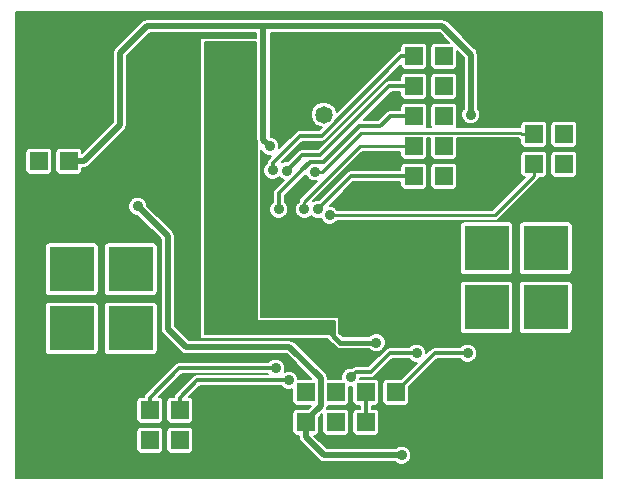
<source format=gbr>
G04 #@! TF.FileFunction,Copper,L1,Top,Signal*
%FSLAX46Y46*%
G04 Gerber Fmt 4.6, Leading zero omitted, Abs format (unit mm)*
G04 Created by KiCad (PCBNEW (2015-05-13 BZR 5653)-product) date 7. 1. 2016 10:12:27*
%MOMM*%
G01*
G04 APERTURE LIST*
%ADD10C,0.300000*%
%ADD11R,3.810000X3.810000*%
%ADD12C,6.000000*%
%ADD13R,1.524000X1.524000*%
%ADD14C,1.480820*%
%ADD15C,0.889000*%
%ADD16C,0.400000*%
%ADD17C,0.254000*%
%ADD18C,0.500000*%
%ADD19C,0.200000*%
G04 APERTURE END LIST*
D10*
D11*
X13716000Y35226000D03*
X13716000Y30226000D03*
X18796000Y35226000D03*
X18796000Y30226000D03*
D12*
X45720000Y35560000D03*
X45720000Y5080000D03*
X5080000Y35560000D03*
X5080000Y5080000D03*
D13*
X27686000Y5334000D03*
X27686000Y7874000D03*
X25146000Y7874000D03*
X25146000Y5334000D03*
X11938000Y3810000D03*
X11938000Y6350000D03*
X14478000Y3810000D03*
X14478000Y6350000D03*
X34290000Y31242000D03*
X36830000Y31242000D03*
X34290000Y33782000D03*
X36830000Y33782000D03*
X34290000Y28702000D03*
X36830000Y28702000D03*
X30226000Y5334000D03*
X30226000Y7874000D03*
X44450000Y27178000D03*
X46990000Y27178000D03*
X44450000Y29718000D03*
X46990000Y29718000D03*
X34290000Y26162000D03*
X36830000Y26162000D03*
X2540000Y29972000D03*
X5080000Y29972000D03*
X2540000Y27432000D03*
X5080000Y27432000D03*
X2540000Y24892000D03*
X5080000Y24892000D03*
D14*
X26670000Y31384240D03*
X26670000Y33385760D03*
D13*
X34290000Y36322000D03*
X36830000Y36322000D03*
D11*
X10334000Y18288000D03*
X5334000Y18288000D03*
X10334000Y13288000D03*
X5334000Y13288000D03*
X40466000Y20066000D03*
X45466000Y20066000D03*
X40466000Y15066000D03*
X45466000Y15066000D03*
D13*
X32766000Y5334000D03*
X32766000Y7874000D03*
D15*
X20066000Y13208000D03*
X31114996Y12065000D03*
X26924000Y13208000D03*
X29083000Y18288000D03*
X30325060Y18288000D03*
X28067000Y17145000D03*
X28067000Y19685000D03*
X26289000Y19939000D03*
X26162000Y18034000D03*
X26924000Y16256000D03*
X23876000Y16256000D03*
X22225000Y16129000D03*
X22225000Y17780000D03*
X22225000Y19431000D03*
X22225000Y20701000D03*
X23495000Y20701000D03*
X23495000Y19304000D03*
X23368000Y17780000D03*
X24765000Y17780000D03*
X24892000Y19050000D03*
X25019000Y20447000D03*
X19433975Y4068390D03*
X19431000Y2032000D03*
X31882487Y3815487D03*
X32893000Y3937000D03*
X25527000Y34925000D03*
X25527000Y36322000D03*
X26797000Y37465000D03*
X13716000Y27432000D03*
X13716000Y24511000D03*
X33274000Y2540000D03*
X22098000Y28702000D03*
X10922000Y23622000D03*
X39116000Y31369000D03*
X26162000Y23368000D03*
X25894365Y26556636D03*
X27184332Y22856834D03*
X25019000Y23368000D03*
X23523488Y26641515D03*
X22352000Y26670000D03*
X22860000Y23368000D03*
X23685511Y8890000D03*
X22606000Y9906000D03*
X38862000Y11176000D03*
X28941915Y9129915D03*
X34544000Y11176000D03*
D16*
X26924000Y13208000D02*
X28067000Y12065000D01*
X30486379Y12065000D02*
X31114996Y12065000D01*
X28067000Y12065000D02*
X30486379Y12065000D01*
D17*
X30325060Y18288000D02*
X29083000Y18288000D01*
X29083000Y18161000D02*
X28067000Y17145000D01*
X29083000Y18288000D02*
X29083000Y18161000D01*
X28067000Y17145000D02*
X28067000Y19685000D01*
X26543000Y19685000D02*
X26289000Y19939000D01*
X28067000Y19685000D02*
X26543000Y19685000D01*
X26289000Y18161000D02*
X26162000Y18034000D01*
X26289000Y19939000D02*
X26289000Y18161000D01*
X27051000Y16383000D02*
X26924000Y16256000D01*
X26162000Y18034000D02*
X27051000Y16383000D01*
X24003000Y16383000D02*
X23876000Y16256000D01*
X26924000Y16256000D02*
X24003000Y16383000D01*
X22352000Y16256000D02*
X22225000Y16129000D01*
X23876000Y16256000D02*
X22352000Y16256000D01*
X22225000Y17907000D02*
X22225000Y17780000D01*
X22225000Y16129000D02*
X22225000Y17907000D01*
X22225000Y17780000D02*
X22225000Y19431000D01*
X22225000Y19431000D02*
X22225000Y20701000D01*
X22225000Y20701000D02*
X23495000Y20701000D01*
X23495000Y20701000D02*
X23495000Y19304000D01*
X23495000Y17907000D02*
X23368000Y17780000D01*
X23495000Y19304000D02*
X23495000Y17907000D01*
X23368000Y17780000D02*
X24765000Y17780000D01*
X24765000Y18923000D02*
X24892000Y19050000D01*
X24765000Y17780000D02*
X24765000Y18923000D01*
X24892000Y20320000D02*
X25019000Y20447000D01*
X24892000Y19050000D02*
X24892000Y20320000D01*
D10*
X19433975Y2034975D02*
X19431000Y2032000D01*
X19433975Y4068390D02*
X19433975Y2034975D01*
X32771487Y3815487D02*
X32893000Y3937000D01*
X31882487Y3815487D02*
X32771487Y3815487D01*
X25527000Y34925000D02*
X25527000Y36322000D01*
X13716000Y30226000D02*
X13716000Y27432000D01*
D18*
X26678000Y2540000D02*
X25146000Y4072000D01*
X25146000Y4072000D02*
X25146000Y5334000D01*
X6342000Y27432000D02*
X9398000Y30488000D01*
X5080000Y27432000D02*
X6342000Y27432000D01*
X9398000Y30488000D02*
X9398000Y35625202D01*
X9398000Y35625202D02*
X9398000Y36576000D01*
X9398000Y36576000D02*
X11684000Y38862000D01*
X11684000Y38862000D02*
X20902628Y38862000D01*
X21564103Y29235897D02*
X22098000Y28702000D01*
X21564103Y38862000D02*
X21564103Y29235897D01*
X20902628Y38862000D02*
X21564103Y38862000D01*
X26412001Y9039201D02*
X23767202Y11684000D01*
X26412001Y6708799D02*
X26412001Y9039201D01*
X25037202Y5334000D02*
X26412001Y6708799D01*
X25146000Y5334000D02*
X25037202Y5334000D01*
X23767202Y11684000D02*
X14986000Y11684000D01*
X14986000Y11684000D02*
X13462000Y13208000D01*
X13462000Y21082000D02*
X10922000Y23622000D01*
X13462000Y13208000D02*
X13462000Y21082000D01*
X21564103Y38862000D02*
X36721202Y38862000D01*
X39116000Y36467202D02*
X38874077Y36709125D01*
X39116000Y31369000D02*
X39116000Y36467202D01*
X36721202Y38862000D02*
X38874077Y36709125D01*
X30220920Y2540000D02*
X26678000Y2540000D01*
X33274000Y2540000D02*
X30220920Y2540000D01*
D10*
X30226000Y7874000D02*
X30226000Y5334000D01*
X26162000Y23368000D02*
X28956000Y26162000D01*
X28956000Y26162000D02*
X34290000Y26162000D01*
D17*
X29811346Y29845000D02*
X43306999Y29845001D01*
X43306999Y29845001D02*
X43434000Y29718000D01*
X43434000Y29718000D02*
X44450000Y29718000D01*
X25894365Y26556636D02*
X26522982Y26556636D01*
X26522982Y26556636D02*
X29811346Y29845000D01*
X44323000Y29845000D02*
X44450000Y29718000D01*
X27184332Y22856834D02*
X41144834Y22856834D01*
X41144834Y22856834D02*
X44450000Y26162000D01*
X44450000Y26162000D02*
X44450000Y27178000D01*
X25019000Y23368000D02*
X25019000Y23996617D01*
X25019000Y23996617D02*
X29724383Y28702000D01*
X29724383Y28702000D02*
X33274000Y28702000D01*
X33274000Y28702000D02*
X34290000Y28702000D01*
D10*
X23523488Y26641515D02*
X24841119Y27959146D01*
X24841119Y27959146D02*
X26391044Y27959146D01*
X26391044Y27959146D02*
X32213898Y33782000D01*
X32213898Y33782000D02*
X33228000Y33782000D01*
X33228000Y33782000D02*
X34290000Y33782000D01*
X22352000Y26670000D02*
X22352000Y27298617D01*
X22352000Y27298617D02*
X24644383Y29591000D01*
X24644383Y29591000D02*
X26497000Y29591000D01*
X26497000Y29591000D02*
X33228000Y36322000D01*
X33228000Y36322000D02*
X34290000Y36322000D01*
X34290000Y31242000D02*
X33228000Y31242000D01*
X33228000Y31242000D02*
X32258000Y31242000D01*
X24838167Y26700412D02*
X24963519Y26825764D01*
X22860000Y24722245D02*
X24838167Y26700412D01*
X26620523Y27405137D02*
X29672386Y30457000D01*
X24838167Y26700412D02*
X24838167Y26756220D01*
X24838167Y26756220D02*
X25487084Y27405137D01*
X25487084Y27405137D02*
X26620523Y27405137D01*
X29672386Y30457000D02*
X31473000Y30457000D01*
X31473000Y30457000D02*
X32258000Y31242000D01*
D17*
X31496000Y30480000D02*
X29727912Y30480000D01*
X29727912Y30480000D02*
X26630049Y27382137D01*
X26630049Y27382137D02*
X25519892Y27382137D01*
X25519892Y27382137D02*
X24963519Y26825764D01*
X31496000Y30480000D02*
X32258000Y31242000D01*
D10*
X22860000Y23368000D02*
X22860000Y24722245D01*
X14478000Y7412000D02*
X14478000Y6350000D01*
X15956000Y8890000D02*
X14478000Y7412000D01*
X23685511Y8890000D02*
X15956000Y8890000D01*
X11938000Y7412000D02*
X11938000Y6350000D01*
X14432000Y9906000D02*
X11938000Y7412000D01*
X22606000Y9906000D02*
X14432000Y9906000D01*
X36068000Y11176000D02*
X32766000Y7874000D01*
X38862000Y11176000D02*
X36068000Y11176000D01*
X29386414Y9574414D02*
X30656414Y9574414D01*
X28941915Y9129915D02*
X29386414Y9574414D01*
X32258000Y11176000D02*
X34544000Y11176000D01*
X30656414Y9574414D02*
X32258000Y11176000D01*
D19*
G36*
X27586000Y12800000D02*
X19304000Y12800000D01*
X16610000Y12800000D01*
X16610000Y37492000D01*
X20960103Y37492000D01*
X20960103Y29235897D01*
X20982000Y29125813D01*
X20982000Y14732000D01*
X20982000Y13870000D01*
X27586000Y13870000D01*
X27586000Y12800000D01*
X27586000Y12800000D01*
G37*
X27586000Y12800000D02*
X19304000Y12800000D01*
X16610000Y12800000D01*
X16610000Y37492000D01*
X20960103Y37492000D01*
X20960103Y29235897D01*
X20982000Y29125813D01*
X20982000Y14732000D01*
X20982000Y13870000D01*
X27586000Y13870000D01*
X27586000Y12800000D01*
G36*
X50196000Y604000D02*
X48112935Y604000D01*
X48112935Y26416000D01*
X48112935Y27940000D01*
X48112935Y28956000D01*
X48112935Y30480000D01*
X48086746Y30614979D01*
X48008816Y30733613D01*
X47891170Y30813026D01*
X47752000Y30840935D01*
X46228000Y30840935D01*
X46093021Y30814746D01*
X45974387Y30736816D01*
X45894974Y30619170D01*
X45867065Y30480000D01*
X45867065Y28956000D01*
X45893254Y28821021D01*
X45971184Y28702387D01*
X46088830Y28622974D01*
X46228000Y28595065D01*
X47752000Y28595065D01*
X47886979Y28621254D01*
X48005613Y28699184D01*
X48085026Y28816830D01*
X48112935Y28956000D01*
X48112935Y27940000D01*
X48086746Y28074979D01*
X48008816Y28193613D01*
X47891170Y28273026D01*
X47752000Y28300935D01*
X46228000Y28300935D01*
X46093021Y28274746D01*
X45974387Y28196816D01*
X45894974Y28079170D01*
X45867065Y27940000D01*
X45867065Y26416000D01*
X45893254Y26281021D01*
X45971184Y26162387D01*
X46088830Y26082974D01*
X46228000Y26055065D01*
X47752000Y26055065D01*
X47886979Y26081254D01*
X48005613Y26159184D01*
X48085026Y26276830D01*
X48112935Y26416000D01*
X48112935Y604000D01*
X47731935Y604000D01*
X47731935Y13161000D01*
X47731935Y16971000D01*
X47731935Y18161000D01*
X47731935Y21971000D01*
X47705746Y22105979D01*
X47627816Y22224613D01*
X47510170Y22304026D01*
X47371000Y22331935D01*
X45572935Y22331935D01*
X45572935Y26416000D01*
X45572935Y27940000D01*
X45546746Y28074979D01*
X45468816Y28193613D01*
X45351170Y28273026D01*
X45212000Y28300935D01*
X43688000Y28300935D01*
X43553021Y28274746D01*
X43434387Y28196816D01*
X43354974Y28079170D01*
X43327065Y27940000D01*
X43327065Y26416000D01*
X43353254Y26281021D01*
X43431184Y26162387D01*
X43548830Y26082974D01*
X43667032Y26059270D01*
X40945597Y23337834D01*
X37952935Y23337834D01*
X37952935Y25400000D01*
X37952935Y26924000D01*
X37926746Y27058979D01*
X37848816Y27177613D01*
X37731170Y27257026D01*
X37592000Y27284935D01*
X36068000Y27284935D01*
X35933021Y27258746D01*
X35814387Y27180816D01*
X35734974Y27063170D01*
X35707065Y26924000D01*
X35707065Y25400000D01*
X35733254Y25265021D01*
X35811184Y25146387D01*
X35928830Y25066974D01*
X36068000Y25039065D01*
X37592000Y25039065D01*
X37726979Y25065254D01*
X37845613Y25143184D01*
X37925026Y25260830D01*
X37952935Y25400000D01*
X37952935Y23337834D01*
X27832436Y23337834D01*
X27637237Y23533375D01*
X27343860Y23655196D01*
X27162118Y23655355D01*
X29164764Y25658000D01*
X33167065Y25658000D01*
X33167065Y25400000D01*
X33193254Y25265021D01*
X33271184Y25146387D01*
X33388830Y25066974D01*
X33528000Y25039065D01*
X35052000Y25039065D01*
X35186979Y25065254D01*
X35305613Y25143184D01*
X35385026Y25260830D01*
X35412935Y25400000D01*
X35412935Y26924000D01*
X35386746Y27058979D01*
X35308816Y27177613D01*
X35191170Y27257026D01*
X35052000Y27284935D01*
X33528000Y27284935D01*
X33393021Y27258746D01*
X33274387Y27180816D01*
X33194974Y27063170D01*
X33167065Y26924000D01*
X33167065Y26666000D01*
X28956000Y26666000D01*
X28763128Y26627635D01*
X28599618Y26518382D01*
X26247662Y24166427D01*
X26003865Y24166639D01*
X25774475Y24071857D01*
X29923619Y28221000D01*
X33167065Y28221000D01*
X33167065Y27940000D01*
X33193254Y27805021D01*
X33271184Y27686387D01*
X33388830Y27606974D01*
X33528000Y27579065D01*
X35052000Y27579065D01*
X35186979Y27605254D01*
X35305613Y27683184D01*
X35385026Y27800830D01*
X35412935Y27940000D01*
X35412935Y29364001D01*
X35707065Y29364001D01*
X35707065Y27940000D01*
X35733254Y27805021D01*
X35811184Y27686387D01*
X35928830Y27606974D01*
X36068000Y27579065D01*
X37592000Y27579065D01*
X37726979Y27605254D01*
X37845613Y27683184D01*
X37925026Y27800830D01*
X37952935Y27940000D01*
X37952935Y29364001D01*
X43114654Y29364001D01*
X43114656Y29364001D01*
X43249929Y29273614D01*
X43249930Y29273613D01*
X43327065Y29258271D01*
X43327065Y28956000D01*
X43353254Y28821021D01*
X43431184Y28702387D01*
X43548830Y28622974D01*
X43688000Y28595065D01*
X45212000Y28595065D01*
X45346979Y28621254D01*
X45465613Y28699184D01*
X45545026Y28816830D01*
X45572935Y28956000D01*
X45572935Y30480000D01*
X45546746Y30614979D01*
X45468816Y30733613D01*
X45351170Y30813026D01*
X45212000Y30840935D01*
X43688000Y30840935D01*
X43553021Y30814746D01*
X43434387Y30736816D01*
X43354974Y30619170D01*
X43327065Y30480000D01*
X43327065Y30322010D01*
X43306999Y30326001D01*
X37915015Y30326001D01*
X37925026Y30340830D01*
X37952935Y30480000D01*
X37952935Y32004000D01*
X37952935Y33020000D01*
X37952935Y34544000D01*
X37926746Y34678979D01*
X37848816Y34797613D01*
X37731170Y34877026D01*
X37592000Y34904935D01*
X36068000Y34904935D01*
X35933021Y34878746D01*
X35814387Y34800816D01*
X35734974Y34683170D01*
X35707065Y34544000D01*
X35707065Y33020000D01*
X35733254Y32885021D01*
X35811184Y32766387D01*
X35928830Y32686974D01*
X36068000Y32659065D01*
X37592000Y32659065D01*
X37726979Y32685254D01*
X37845613Y32763184D01*
X37925026Y32880830D01*
X37952935Y33020000D01*
X37952935Y32004000D01*
X37926746Y32138979D01*
X37848816Y32257613D01*
X37731170Y32337026D01*
X37592000Y32364935D01*
X36068000Y32364935D01*
X35933021Y32338746D01*
X35814387Y32260816D01*
X35734974Y32143170D01*
X35707065Y32004000D01*
X35707065Y30480000D01*
X35733254Y30345021D01*
X35745748Y30326001D01*
X35375015Y30326001D01*
X35385026Y30340830D01*
X35412935Y30480000D01*
X35412935Y32004000D01*
X35386746Y32138979D01*
X35308816Y32257613D01*
X35191170Y32337026D01*
X35052000Y32364935D01*
X33528000Y32364935D01*
X33393021Y32338746D01*
X33274387Y32260816D01*
X33194974Y32143170D01*
X33167065Y32004000D01*
X33167065Y31746000D01*
X32258005Y31746000D01*
X32258000Y31746001D01*
X32065128Y31707635D01*
X31901618Y31598382D01*
X31264236Y30961000D01*
X30105662Y30961000D01*
X32422661Y33278000D01*
X33167065Y33278000D01*
X33167065Y33020000D01*
X33193254Y32885021D01*
X33271184Y32766387D01*
X33388830Y32686974D01*
X33528000Y32659065D01*
X35052000Y32659065D01*
X35186979Y32685254D01*
X35305613Y32763184D01*
X35385026Y32880830D01*
X35412935Y33020000D01*
X35412935Y34544000D01*
X35386746Y34678979D01*
X35308816Y34797613D01*
X35191170Y34877026D01*
X35052000Y34904935D01*
X33528000Y34904935D01*
X33393021Y34878746D01*
X33274387Y34800816D01*
X33194974Y34683170D01*
X33167065Y34544000D01*
X33167065Y34286000D01*
X32213898Y34286000D01*
X32021025Y34247635D01*
X31857516Y34138382D01*
X26182280Y28463146D01*
X24841124Y28463146D01*
X24841119Y28463147D01*
X24648247Y28424781D01*
X24484737Y28315528D01*
X23609150Y27439942D01*
X23365353Y27440154D01*
X23094305Y27328159D01*
X24853147Y29087000D01*
X26497000Y29087000D01*
X26689872Y29125365D01*
X26689873Y29125365D01*
X26853382Y29234618D01*
X33168965Y35550203D01*
X33193254Y35425021D01*
X33271184Y35306387D01*
X33388830Y35226974D01*
X33528000Y35199065D01*
X35052000Y35199065D01*
X35186979Y35225254D01*
X35305613Y35303184D01*
X35385026Y35420830D01*
X35412935Y35560000D01*
X35412935Y37084000D01*
X35386746Y37218979D01*
X35308816Y37337613D01*
X35191170Y37417026D01*
X35052000Y37444935D01*
X33528000Y37444935D01*
X33393021Y37418746D01*
X33274387Y37340816D01*
X33194974Y37223170D01*
X33167065Y37084000D01*
X33167065Y36813880D01*
X33035128Y36787635D01*
X32871618Y36678382D01*
X32871615Y36678379D01*
X27764574Y31571338D01*
X27764600Y31600977D01*
X27598337Y32003364D01*
X27290743Y32311495D01*
X26888647Y32478460D01*
X26453263Y32478840D01*
X26050876Y32312577D01*
X25742745Y32004983D01*
X25575780Y31602887D01*
X25575400Y31167503D01*
X25741663Y30765116D01*
X26049257Y30456985D01*
X26451353Y30290020D01*
X26483228Y30289993D01*
X26288236Y30095000D01*
X24644383Y30095000D01*
X24451510Y30056635D01*
X24288001Y29947382D01*
X22896373Y28555755D01*
X22896639Y28860135D01*
X22775330Y29153723D01*
X22550905Y29378541D01*
X22257528Y29500362D01*
X22168103Y29500440D01*
X22168103Y38258000D01*
X36471017Y38258000D01*
X37284082Y37444935D01*
X36068000Y37444935D01*
X35933021Y37418746D01*
X35814387Y37340816D01*
X35734974Y37223170D01*
X35707065Y37084000D01*
X35707065Y35560000D01*
X35733254Y35425021D01*
X35811184Y35306387D01*
X35928830Y35226974D01*
X36068000Y35199065D01*
X37592000Y35199065D01*
X37726979Y35225254D01*
X37845613Y35303184D01*
X37925026Y35420830D01*
X37952935Y35560000D01*
X37952935Y36776082D01*
X38446984Y36282033D01*
X38446985Y36282033D01*
X38446987Y36282031D01*
X38512000Y36217017D01*
X38512000Y31894320D01*
X38439459Y31821905D01*
X38317638Y31528528D01*
X38317361Y31210865D01*
X38438670Y30917277D01*
X38663095Y30692459D01*
X38956472Y30570638D01*
X39274135Y30570361D01*
X39567723Y30691670D01*
X39792541Y30916095D01*
X39914362Y31209472D01*
X39914639Y31527135D01*
X39793330Y31820723D01*
X39720000Y31894181D01*
X39720000Y36467202D01*
X39674023Y36698342D01*
X39674023Y36698343D01*
X39621579Y36776830D01*
X39543093Y36894294D01*
X39301171Y37136215D01*
X39301169Y37136217D01*
X39301169Y37136218D01*
X37148294Y39289092D01*
X36952343Y39420023D01*
X36721202Y39466000D01*
X21564103Y39466000D01*
X20902628Y39466000D01*
X11684000Y39466000D01*
X11452859Y39420023D01*
X11256907Y39289092D01*
X8970908Y37003092D01*
X8839977Y36807141D01*
X8794000Y36576000D01*
X8794000Y35625202D01*
X8794000Y30738185D01*
X6202935Y28147120D01*
X6202935Y28194000D01*
X6176746Y28328979D01*
X6098816Y28447613D01*
X5981170Y28527026D01*
X5842000Y28554935D01*
X4318000Y28554935D01*
X4183021Y28528746D01*
X4064387Y28450816D01*
X3984974Y28333170D01*
X3957065Y28194000D01*
X3957065Y26670000D01*
X3983254Y26535021D01*
X4061184Y26416387D01*
X4178830Y26336974D01*
X4318000Y26309065D01*
X5842000Y26309065D01*
X5976979Y26335254D01*
X6095613Y26413184D01*
X6175026Y26530830D01*
X6202935Y26670000D01*
X6202935Y26828000D01*
X6342000Y26828000D01*
X6342000Y26828001D01*
X6573140Y26873977D01*
X6573141Y26873977D01*
X6769092Y27004908D01*
X9825092Y30060908D01*
X9825093Y30060908D01*
X9903579Y30178373D01*
X9956023Y30256859D01*
X9956023Y30256860D01*
X10002000Y30488000D01*
X10002000Y35625202D01*
X10002000Y36325816D01*
X11934184Y38258000D01*
X20902628Y38258000D01*
X20960103Y38258000D01*
X20960103Y37892000D01*
X16210000Y37892000D01*
X16210000Y12400000D01*
X19304000Y12400000D01*
X26948526Y12400000D01*
X27675263Y11673263D01*
X27854993Y11553171D01*
X27854994Y11553171D01*
X28067000Y11511000D01*
X30486379Y11511000D01*
X30539764Y11511000D01*
X30662091Y11388459D01*
X30955468Y11266638D01*
X31273131Y11266361D01*
X31566719Y11387670D01*
X31791537Y11612095D01*
X31913358Y11905472D01*
X31913635Y12223135D01*
X31792326Y12516723D01*
X31567901Y12741541D01*
X31274524Y12863362D01*
X30956861Y12863639D01*
X30663273Y12742330D01*
X30539727Y12619000D01*
X30486379Y12619000D01*
X28296474Y12619000D01*
X27986000Y12929474D01*
X27986000Y14270000D01*
X21382000Y14270000D01*
X21382000Y14732000D01*
X21382000Y28343864D01*
X21420670Y28250277D01*
X21645095Y28025459D01*
X21938472Y27903638D01*
X22243990Y27903372D01*
X21995618Y27654999D01*
X21886365Y27491490D01*
X21848000Y27298617D01*
X21848000Y27295145D01*
X21675459Y27122905D01*
X21553638Y26829528D01*
X21553361Y26511865D01*
X21674670Y26218277D01*
X21899095Y25993459D01*
X22192472Y25871638D01*
X22510135Y25871361D01*
X22803723Y25992670D01*
X22923538Y26112277D01*
X23070583Y25964974D01*
X23296256Y25871266D01*
X22503618Y25078627D01*
X22394365Y24915118D01*
X22356000Y24722245D01*
X22356000Y23993145D01*
X22183459Y23820905D01*
X22061638Y23527528D01*
X22061361Y23209865D01*
X22182670Y22916277D01*
X22407095Y22691459D01*
X22700472Y22569638D01*
X23018135Y22569361D01*
X23311723Y22690670D01*
X23536541Y22915095D01*
X23658362Y23208472D01*
X23658639Y23526135D01*
X23537330Y23819723D01*
X23364000Y23993356D01*
X23364000Y24513481D01*
X25140546Y26290028D01*
X25217035Y26104913D01*
X25441460Y25880095D01*
X25734837Y25758274D01*
X26052500Y25757997D01*
X26133691Y25791545D01*
X24678882Y24336735D01*
X24574614Y24180688D01*
X24542836Y24020933D01*
X24342459Y23820905D01*
X24220638Y23527528D01*
X24220361Y23209865D01*
X24341670Y22916277D01*
X24566095Y22691459D01*
X24859472Y22569638D01*
X25177135Y22569361D01*
X25470723Y22690670D01*
X25590512Y22810250D01*
X25709095Y22691459D01*
X26002472Y22569638D01*
X26320135Y22569361D01*
X26421780Y22611361D01*
X26507002Y22405111D01*
X26731427Y22180293D01*
X27024804Y22058472D01*
X27342467Y22058195D01*
X27636055Y22179504D01*
X27832728Y22375834D01*
X41144834Y22375834D01*
X41144834Y22375835D01*
X41328905Y22412448D01*
X41484952Y22516716D01*
X44790118Y25821882D01*
X44790119Y25821882D01*
X44894386Y25977929D01*
X44894387Y25977930D01*
X44909729Y26055065D01*
X45212000Y26055065D01*
X45346979Y26081254D01*
X45465613Y26159184D01*
X45545026Y26276830D01*
X45572935Y26416000D01*
X45572935Y22331935D01*
X43561000Y22331935D01*
X43426021Y22305746D01*
X43307387Y22227816D01*
X43227974Y22110170D01*
X43200065Y21971000D01*
X43200065Y18161000D01*
X43226254Y18026021D01*
X43304184Y17907387D01*
X43421830Y17827974D01*
X43561000Y17800065D01*
X47371000Y17800065D01*
X47505979Y17826254D01*
X47624613Y17904184D01*
X47704026Y18021830D01*
X47731935Y18161000D01*
X47731935Y16971000D01*
X47705746Y17105979D01*
X47627816Y17224613D01*
X47510170Y17304026D01*
X47371000Y17331935D01*
X43561000Y17331935D01*
X43426021Y17305746D01*
X43307387Y17227816D01*
X43227974Y17110170D01*
X43200065Y16971000D01*
X43200065Y13161000D01*
X43226254Y13026021D01*
X43304184Y12907387D01*
X43421830Y12827974D01*
X43561000Y12800065D01*
X47371000Y12800065D01*
X47505979Y12826254D01*
X47624613Y12904184D01*
X47704026Y13021830D01*
X47731935Y13161000D01*
X47731935Y604000D01*
X42731935Y604000D01*
X42731935Y13161000D01*
X42731935Y16971000D01*
X42731935Y18161000D01*
X42731935Y21971000D01*
X42705746Y22105979D01*
X42627816Y22224613D01*
X42510170Y22304026D01*
X42371000Y22331935D01*
X38561000Y22331935D01*
X38426021Y22305746D01*
X38307387Y22227816D01*
X38227974Y22110170D01*
X38200065Y21971000D01*
X38200065Y18161000D01*
X38226254Y18026021D01*
X38304184Y17907387D01*
X38421830Y17827974D01*
X38561000Y17800065D01*
X42371000Y17800065D01*
X42505979Y17826254D01*
X42624613Y17904184D01*
X42704026Y18021830D01*
X42731935Y18161000D01*
X42731935Y16971000D01*
X42705746Y17105979D01*
X42627816Y17224613D01*
X42510170Y17304026D01*
X42371000Y17331935D01*
X38561000Y17331935D01*
X38426021Y17305746D01*
X38307387Y17227816D01*
X38227974Y17110170D01*
X38200065Y16971000D01*
X38200065Y13161000D01*
X38226254Y13026021D01*
X38304184Y12907387D01*
X38421830Y12827974D01*
X38561000Y12800065D01*
X42371000Y12800065D01*
X42505979Y12826254D01*
X42624613Y12904184D01*
X42704026Y13021830D01*
X42731935Y13161000D01*
X42731935Y604000D01*
X39660639Y604000D01*
X39660639Y11334135D01*
X39539330Y11627723D01*
X39314905Y11852541D01*
X39021528Y11974362D01*
X38703865Y11974639D01*
X38410277Y11853330D01*
X38236643Y11680000D01*
X36068000Y11680000D01*
X35875127Y11641635D01*
X35711618Y11532382D01*
X35342489Y11163254D01*
X35342639Y11334135D01*
X35221330Y11627723D01*
X34996905Y11852541D01*
X34703528Y11974362D01*
X34385865Y11974639D01*
X34092277Y11853330D01*
X33918643Y11680000D01*
X32258005Y11680000D01*
X32258000Y11680001D01*
X32065128Y11641635D01*
X31901618Y11532382D01*
X30447650Y10078414D01*
X29386419Y10078414D01*
X29386414Y10078415D01*
X29193542Y10040049D01*
X29030032Y9930796D01*
X29030029Y9930793D01*
X29027578Y9928342D01*
X28783780Y9928554D01*
X28490192Y9807245D01*
X28265374Y9582820D01*
X28143553Y9289443D01*
X28143297Y8996935D01*
X27016001Y8996935D01*
X27016001Y9039201D01*
X26970024Y9270341D01*
X26970024Y9270342D01*
X26917580Y9348829D01*
X26839094Y9466293D01*
X24194294Y12111092D01*
X23998343Y12242023D01*
X23767202Y12288000D01*
X15236184Y12288000D01*
X14066000Y13458184D01*
X14066000Y21082000D01*
X14020023Y21313141D01*
X13889092Y21509092D01*
X13889092Y21509093D01*
X11720549Y23677635D01*
X11720639Y23780135D01*
X11599330Y24073723D01*
X11374905Y24298541D01*
X11081528Y24420362D01*
X10763865Y24420639D01*
X10470277Y24299330D01*
X10245459Y24074905D01*
X10123638Y23781528D01*
X10123361Y23463865D01*
X10244670Y23170277D01*
X10469095Y22945459D01*
X10762472Y22823638D01*
X10866268Y22823548D01*
X12858000Y20831815D01*
X12858000Y13208000D01*
X12903977Y12976859D01*
X13034908Y12780908D01*
X14558907Y11256908D01*
X14558908Y11256908D01*
X14754859Y11125977D01*
X14986000Y11080000D01*
X23517017Y11080000D01*
X25600082Y8996935D01*
X24484105Y8996935D01*
X24484150Y9048135D01*
X24362841Y9341723D01*
X24138416Y9566541D01*
X23845039Y9688362D01*
X23527376Y9688639D01*
X23349896Y9615306D01*
X23404362Y9746472D01*
X23404639Y10064135D01*
X23283330Y10357723D01*
X23058905Y10582541D01*
X22765528Y10704362D01*
X22447865Y10704639D01*
X22154277Y10583330D01*
X21980643Y10410000D01*
X14432005Y10410000D01*
X14432000Y10410001D01*
X14239128Y10371635D01*
X14075618Y10262382D01*
X12599935Y8786699D01*
X12599935Y11383000D01*
X12599935Y15193000D01*
X12599935Y16383000D01*
X12599935Y20193000D01*
X12573746Y20327979D01*
X12495816Y20446613D01*
X12378170Y20526026D01*
X12239000Y20553935D01*
X8429000Y20553935D01*
X8294021Y20527746D01*
X8175387Y20449816D01*
X8095974Y20332170D01*
X8068065Y20193000D01*
X8068065Y16383000D01*
X8094254Y16248021D01*
X8172184Y16129387D01*
X8289830Y16049974D01*
X8429000Y16022065D01*
X12239000Y16022065D01*
X12373979Y16048254D01*
X12492613Y16126184D01*
X12572026Y16243830D01*
X12599935Y16383000D01*
X12599935Y15193000D01*
X12573746Y15327979D01*
X12495816Y15446613D01*
X12378170Y15526026D01*
X12239000Y15553935D01*
X8429000Y15553935D01*
X8294021Y15527746D01*
X8175387Y15449816D01*
X8095974Y15332170D01*
X8068065Y15193000D01*
X8068065Y11383000D01*
X8094254Y11248021D01*
X8172184Y11129387D01*
X8289830Y11049974D01*
X8429000Y11022065D01*
X12239000Y11022065D01*
X12373979Y11048254D01*
X12492613Y11126184D01*
X12572026Y11243830D01*
X12599935Y11383000D01*
X12599935Y8786699D01*
X11581618Y7768382D01*
X11472365Y7604873D01*
X11446120Y7472935D01*
X11176000Y7472935D01*
X11041021Y7446746D01*
X10922387Y7368816D01*
X10842974Y7251170D01*
X10815065Y7112000D01*
X10815065Y5588000D01*
X10841254Y5453021D01*
X10919184Y5334387D01*
X11036830Y5254974D01*
X11176000Y5227065D01*
X12700000Y5227065D01*
X12834979Y5253254D01*
X12953613Y5331184D01*
X13033026Y5448830D01*
X13060935Y5588000D01*
X13060935Y7112000D01*
X13034746Y7246979D01*
X12956816Y7365613D01*
X12839170Y7445026D01*
X12709744Y7470981D01*
X14640764Y9402000D01*
X21980855Y9402000D01*
X21988841Y9394000D01*
X15956005Y9394000D01*
X15956000Y9394001D01*
X15763128Y9355635D01*
X15599618Y9246382D01*
X14121618Y7768382D01*
X14012365Y7604873D01*
X13986120Y7472935D01*
X13716000Y7472935D01*
X13581021Y7446746D01*
X13462387Y7368816D01*
X13382974Y7251170D01*
X13355065Y7112000D01*
X13355065Y5588000D01*
X13381254Y5453021D01*
X13459184Y5334387D01*
X13576830Y5254974D01*
X13716000Y5227065D01*
X15240000Y5227065D01*
X15374979Y5253254D01*
X15493613Y5331184D01*
X15573026Y5448830D01*
X15600935Y5588000D01*
X15600935Y7112000D01*
X15574746Y7246979D01*
X15496816Y7365613D01*
X15379170Y7445026D01*
X15249744Y7470981D01*
X16164764Y8386000D01*
X23060366Y8386000D01*
X23232606Y8213459D01*
X23525983Y8091638D01*
X23843646Y8091361D01*
X24023065Y8165496D01*
X24023065Y7112000D01*
X24049254Y6977021D01*
X24127184Y6858387D01*
X24244830Y6778974D01*
X24384000Y6751065D01*
X25600082Y6751065D01*
X25305952Y6456935D01*
X24384000Y6456935D01*
X24249021Y6430746D01*
X24130387Y6352816D01*
X24050974Y6235170D01*
X24023065Y6096000D01*
X24023065Y4572000D01*
X24049254Y4437021D01*
X24127184Y4318387D01*
X24244830Y4238974D01*
X24384000Y4211065D01*
X24542000Y4211065D01*
X24542000Y4072000D01*
X24587977Y3840859D01*
X24718908Y3644908D01*
X26250907Y2112908D01*
X26250908Y2112908D01*
X26446859Y1981977D01*
X26678000Y1936000D01*
X30220920Y1936000D01*
X32748680Y1936000D01*
X32821095Y1863459D01*
X33114472Y1741638D01*
X33432135Y1741361D01*
X33725723Y1862670D01*
X33950541Y2087095D01*
X34072362Y2380472D01*
X34072639Y2698135D01*
X33951330Y2991723D01*
X33726905Y3216541D01*
X33433528Y3338362D01*
X33115865Y3338639D01*
X32822277Y3217330D01*
X32748818Y3144000D01*
X30220920Y3144000D01*
X26928184Y3144000D01*
X25861119Y4211065D01*
X25908000Y4211065D01*
X26042979Y4237254D01*
X26161613Y4315184D01*
X26241026Y4432830D01*
X26268935Y4572000D01*
X26268935Y5711549D01*
X26563065Y6005679D01*
X26563065Y4572000D01*
X26589254Y4437021D01*
X26667184Y4318387D01*
X26784830Y4238974D01*
X26924000Y4211065D01*
X28448000Y4211065D01*
X28582979Y4237254D01*
X28701613Y4315184D01*
X28781026Y4432830D01*
X28808935Y4572000D01*
X28808935Y6096000D01*
X28782746Y6230979D01*
X28704816Y6349613D01*
X28587170Y6429026D01*
X28448000Y6456935D01*
X26956177Y6456935D01*
X26970024Y6477658D01*
X27016000Y6708799D01*
X27016001Y6708799D01*
X27016001Y6751065D01*
X28448000Y6751065D01*
X28582979Y6777254D01*
X28701613Y6855184D01*
X28781026Y6972830D01*
X28808935Y7112000D01*
X28808935Y8331530D01*
X29100050Y8331276D01*
X29103065Y8332522D01*
X29103065Y7112000D01*
X29129254Y6977021D01*
X29207184Y6858387D01*
X29324830Y6778974D01*
X29464000Y6751065D01*
X29722000Y6751065D01*
X29722000Y6456935D01*
X29464000Y6456935D01*
X29329021Y6430746D01*
X29210387Y6352816D01*
X29130974Y6235170D01*
X29103065Y6096000D01*
X29103065Y4572000D01*
X29129254Y4437021D01*
X29207184Y4318387D01*
X29324830Y4238974D01*
X29464000Y4211065D01*
X30988000Y4211065D01*
X31122979Y4237254D01*
X31241613Y4315184D01*
X31321026Y4432830D01*
X31348935Y4572000D01*
X31348935Y6096000D01*
X31322746Y6230979D01*
X31244816Y6349613D01*
X31127170Y6429026D01*
X30988000Y6456935D01*
X30730000Y6456935D01*
X30730000Y6751065D01*
X30988000Y6751065D01*
X31122979Y6777254D01*
X31241613Y6855184D01*
X31321026Y6972830D01*
X31348935Y7112000D01*
X31348935Y8636000D01*
X31322746Y8770979D01*
X31244816Y8889613D01*
X31127170Y8969026D01*
X30988000Y8996935D01*
X29740300Y8996935D01*
X29740364Y9070414D01*
X30656414Y9070414D01*
X30849286Y9108779D01*
X30849287Y9108779D01*
X31012796Y9218032D01*
X32466764Y10672000D01*
X33918855Y10672000D01*
X34091095Y10499459D01*
X34384472Y10377638D01*
X34556723Y10377488D01*
X33176171Y8996935D01*
X32004000Y8996935D01*
X31869021Y8970746D01*
X31750387Y8892816D01*
X31670974Y8775170D01*
X31643065Y8636000D01*
X31643065Y7112000D01*
X31669254Y6977021D01*
X31747184Y6858387D01*
X31864830Y6778974D01*
X32004000Y6751065D01*
X33528000Y6751065D01*
X33662979Y6777254D01*
X33781613Y6855184D01*
X33861026Y6972830D01*
X33888935Y7112000D01*
X33888935Y8284171D01*
X36276764Y10672000D01*
X38236855Y10672000D01*
X38409095Y10499459D01*
X38702472Y10377638D01*
X39020135Y10377361D01*
X39313723Y10498670D01*
X39538541Y10723095D01*
X39660362Y11016472D01*
X39660639Y11334135D01*
X39660639Y604000D01*
X15600935Y604000D01*
X15600935Y3048000D01*
X15600935Y4572000D01*
X15574746Y4706979D01*
X15496816Y4825613D01*
X15379170Y4905026D01*
X15240000Y4932935D01*
X13716000Y4932935D01*
X13581021Y4906746D01*
X13462387Y4828816D01*
X13382974Y4711170D01*
X13355065Y4572000D01*
X13355065Y3048000D01*
X13381254Y2913021D01*
X13459184Y2794387D01*
X13576830Y2714974D01*
X13716000Y2687065D01*
X15240000Y2687065D01*
X15374979Y2713254D01*
X15493613Y2791184D01*
X15573026Y2908830D01*
X15600935Y3048000D01*
X15600935Y604000D01*
X13060935Y604000D01*
X13060935Y3048000D01*
X13060935Y4572000D01*
X13034746Y4706979D01*
X12956816Y4825613D01*
X12839170Y4905026D01*
X12700000Y4932935D01*
X11176000Y4932935D01*
X11041021Y4906746D01*
X10922387Y4828816D01*
X10842974Y4711170D01*
X10815065Y4572000D01*
X10815065Y3048000D01*
X10841254Y2913021D01*
X10919184Y2794387D01*
X11036830Y2714974D01*
X11176000Y2687065D01*
X12700000Y2687065D01*
X12834979Y2713254D01*
X12953613Y2791184D01*
X13033026Y2908830D01*
X13060935Y3048000D01*
X13060935Y604000D01*
X7599935Y604000D01*
X7599935Y11383000D01*
X7599935Y15193000D01*
X7599935Y16383000D01*
X7599935Y20193000D01*
X7573746Y20327979D01*
X7495816Y20446613D01*
X7378170Y20526026D01*
X7239000Y20553935D01*
X3662935Y20553935D01*
X3662935Y26670000D01*
X3662935Y28194000D01*
X3636746Y28328979D01*
X3558816Y28447613D01*
X3441170Y28527026D01*
X3302000Y28554935D01*
X1778000Y28554935D01*
X1643021Y28528746D01*
X1524387Y28450816D01*
X1444974Y28333170D01*
X1417065Y28194000D01*
X1417065Y26670000D01*
X1443254Y26535021D01*
X1521184Y26416387D01*
X1638830Y26336974D01*
X1778000Y26309065D01*
X3302000Y26309065D01*
X3436979Y26335254D01*
X3555613Y26413184D01*
X3635026Y26530830D01*
X3662935Y26670000D01*
X3662935Y20553935D01*
X3429000Y20553935D01*
X3294021Y20527746D01*
X3175387Y20449816D01*
X3095974Y20332170D01*
X3068065Y20193000D01*
X3068065Y16383000D01*
X3094254Y16248021D01*
X3172184Y16129387D01*
X3289830Y16049974D01*
X3429000Y16022065D01*
X7239000Y16022065D01*
X7373979Y16048254D01*
X7492613Y16126184D01*
X7572026Y16243830D01*
X7599935Y16383000D01*
X7599935Y15193000D01*
X7573746Y15327979D01*
X7495816Y15446613D01*
X7378170Y15526026D01*
X7239000Y15553935D01*
X3429000Y15553935D01*
X3294021Y15527746D01*
X3175387Y15449816D01*
X3095974Y15332170D01*
X3068065Y15193000D01*
X3068065Y11383000D01*
X3094254Y11248021D01*
X3172184Y11129387D01*
X3289830Y11049974D01*
X3429000Y11022065D01*
X7239000Y11022065D01*
X7373979Y11048254D01*
X7492613Y11126184D01*
X7572026Y11243830D01*
X7599935Y11383000D01*
X7599935Y604000D01*
X604000Y604000D01*
X604000Y40036000D01*
X50196000Y40036000D01*
X50196000Y604000D01*
X50196000Y604000D01*
G37*
X50196000Y604000D02*
X48112935Y604000D01*
X48112935Y26416000D01*
X48112935Y27940000D01*
X48112935Y28956000D01*
X48112935Y30480000D01*
X48086746Y30614979D01*
X48008816Y30733613D01*
X47891170Y30813026D01*
X47752000Y30840935D01*
X46228000Y30840935D01*
X46093021Y30814746D01*
X45974387Y30736816D01*
X45894974Y30619170D01*
X45867065Y30480000D01*
X45867065Y28956000D01*
X45893254Y28821021D01*
X45971184Y28702387D01*
X46088830Y28622974D01*
X46228000Y28595065D01*
X47752000Y28595065D01*
X47886979Y28621254D01*
X48005613Y28699184D01*
X48085026Y28816830D01*
X48112935Y28956000D01*
X48112935Y27940000D01*
X48086746Y28074979D01*
X48008816Y28193613D01*
X47891170Y28273026D01*
X47752000Y28300935D01*
X46228000Y28300935D01*
X46093021Y28274746D01*
X45974387Y28196816D01*
X45894974Y28079170D01*
X45867065Y27940000D01*
X45867065Y26416000D01*
X45893254Y26281021D01*
X45971184Y26162387D01*
X46088830Y26082974D01*
X46228000Y26055065D01*
X47752000Y26055065D01*
X47886979Y26081254D01*
X48005613Y26159184D01*
X48085026Y26276830D01*
X48112935Y26416000D01*
X48112935Y604000D01*
X47731935Y604000D01*
X47731935Y13161000D01*
X47731935Y16971000D01*
X47731935Y18161000D01*
X47731935Y21971000D01*
X47705746Y22105979D01*
X47627816Y22224613D01*
X47510170Y22304026D01*
X47371000Y22331935D01*
X45572935Y22331935D01*
X45572935Y26416000D01*
X45572935Y27940000D01*
X45546746Y28074979D01*
X45468816Y28193613D01*
X45351170Y28273026D01*
X45212000Y28300935D01*
X43688000Y28300935D01*
X43553021Y28274746D01*
X43434387Y28196816D01*
X43354974Y28079170D01*
X43327065Y27940000D01*
X43327065Y26416000D01*
X43353254Y26281021D01*
X43431184Y26162387D01*
X43548830Y26082974D01*
X43667032Y26059270D01*
X40945597Y23337834D01*
X37952935Y23337834D01*
X37952935Y25400000D01*
X37952935Y26924000D01*
X37926746Y27058979D01*
X37848816Y27177613D01*
X37731170Y27257026D01*
X37592000Y27284935D01*
X36068000Y27284935D01*
X35933021Y27258746D01*
X35814387Y27180816D01*
X35734974Y27063170D01*
X35707065Y26924000D01*
X35707065Y25400000D01*
X35733254Y25265021D01*
X35811184Y25146387D01*
X35928830Y25066974D01*
X36068000Y25039065D01*
X37592000Y25039065D01*
X37726979Y25065254D01*
X37845613Y25143184D01*
X37925026Y25260830D01*
X37952935Y25400000D01*
X37952935Y23337834D01*
X27832436Y23337834D01*
X27637237Y23533375D01*
X27343860Y23655196D01*
X27162118Y23655355D01*
X29164764Y25658000D01*
X33167065Y25658000D01*
X33167065Y25400000D01*
X33193254Y25265021D01*
X33271184Y25146387D01*
X33388830Y25066974D01*
X33528000Y25039065D01*
X35052000Y25039065D01*
X35186979Y25065254D01*
X35305613Y25143184D01*
X35385026Y25260830D01*
X35412935Y25400000D01*
X35412935Y26924000D01*
X35386746Y27058979D01*
X35308816Y27177613D01*
X35191170Y27257026D01*
X35052000Y27284935D01*
X33528000Y27284935D01*
X33393021Y27258746D01*
X33274387Y27180816D01*
X33194974Y27063170D01*
X33167065Y26924000D01*
X33167065Y26666000D01*
X28956000Y26666000D01*
X28763128Y26627635D01*
X28599618Y26518382D01*
X26247662Y24166427D01*
X26003865Y24166639D01*
X25774475Y24071857D01*
X29923619Y28221000D01*
X33167065Y28221000D01*
X33167065Y27940000D01*
X33193254Y27805021D01*
X33271184Y27686387D01*
X33388830Y27606974D01*
X33528000Y27579065D01*
X35052000Y27579065D01*
X35186979Y27605254D01*
X35305613Y27683184D01*
X35385026Y27800830D01*
X35412935Y27940000D01*
X35412935Y29364001D01*
X35707065Y29364001D01*
X35707065Y27940000D01*
X35733254Y27805021D01*
X35811184Y27686387D01*
X35928830Y27606974D01*
X36068000Y27579065D01*
X37592000Y27579065D01*
X37726979Y27605254D01*
X37845613Y27683184D01*
X37925026Y27800830D01*
X37952935Y27940000D01*
X37952935Y29364001D01*
X43114654Y29364001D01*
X43114656Y29364001D01*
X43249929Y29273614D01*
X43249930Y29273613D01*
X43327065Y29258271D01*
X43327065Y28956000D01*
X43353254Y28821021D01*
X43431184Y28702387D01*
X43548830Y28622974D01*
X43688000Y28595065D01*
X45212000Y28595065D01*
X45346979Y28621254D01*
X45465613Y28699184D01*
X45545026Y28816830D01*
X45572935Y28956000D01*
X45572935Y30480000D01*
X45546746Y30614979D01*
X45468816Y30733613D01*
X45351170Y30813026D01*
X45212000Y30840935D01*
X43688000Y30840935D01*
X43553021Y30814746D01*
X43434387Y30736816D01*
X43354974Y30619170D01*
X43327065Y30480000D01*
X43327065Y30322010D01*
X43306999Y30326001D01*
X37915015Y30326001D01*
X37925026Y30340830D01*
X37952935Y30480000D01*
X37952935Y32004000D01*
X37952935Y33020000D01*
X37952935Y34544000D01*
X37926746Y34678979D01*
X37848816Y34797613D01*
X37731170Y34877026D01*
X37592000Y34904935D01*
X36068000Y34904935D01*
X35933021Y34878746D01*
X35814387Y34800816D01*
X35734974Y34683170D01*
X35707065Y34544000D01*
X35707065Y33020000D01*
X35733254Y32885021D01*
X35811184Y32766387D01*
X35928830Y32686974D01*
X36068000Y32659065D01*
X37592000Y32659065D01*
X37726979Y32685254D01*
X37845613Y32763184D01*
X37925026Y32880830D01*
X37952935Y33020000D01*
X37952935Y32004000D01*
X37926746Y32138979D01*
X37848816Y32257613D01*
X37731170Y32337026D01*
X37592000Y32364935D01*
X36068000Y32364935D01*
X35933021Y32338746D01*
X35814387Y32260816D01*
X35734974Y32143170D01*
X35707065Y32004000D01*
X35707065Y30480000D01*
X35733254Y30345021D01*
X35745748Y30326001D01*
X35375015Y30326001D01*
X35385026Y30340830D01*
X35412935Y30480000D01*
X35412935Y32004000D01*
X35386746Y32138979D01*
X35308816Y32257613D01*
X35191170Y32337026D01*
X35052000Y32364935D01*
X33528000Y32364935D01*
X33393021Y32338746D01*
X33274387Y32260816D01*
X33194974Y32143170D01*
X33167065Y32004000D01*
X33167065Y31746000D01*
X32258005Y31746000D01*
X32258000Y31746001D01*
X32065128Y31707635D01*
X31901618Y31598382D01*
X31264236Y30961000D01*
X30105662Y30961000D01*
X32422661Y33278000D01*
X33167065Y33278000D01*
X33167065Y33020000D01*
X33193254Y32885021D01*
X33271184Y32766387D01*
X33388830Y32686974D01*
X33528000Y32659065D01*
X35052000Y32659065D01*
X35186979Y32685254D01*
X35305613Y32763184D01*
X35385026Y32880830D01*
X35412935Y33020000D01*
X35412935Y34544000D01*
X35386746Y34678979D01*
X35308816Y34797613D01*
X35191170Y34877026D01*
X35052000Y34904935D01*
X33528000Y34904935D01*
X33393021Y34878746D01*
X33274387Y34800816D01*
X33194974Y34683170D01*
X33167065Y34544000D01*
X33167065Y34286000D01*
X32213898Y34286000D01*
X32021025Y34247635D01*
X31857516Y34138382D01*
X26182280Y28463146D01*
X24841124Y28463146D01*
X24841119Y28463147D01*
X24648247Y28424781D01*
X24484737Y28315528D01*
X23609150Y27439942D01*
X23365353Y27440154D01*
X23094305Y27328159D01*
X24853147Y29087000D01*
X26497000Y29087000D01*
X26689872Y29125365D01*
X26689873Y29125365D01*
X26853382Y29234618D01*
X33168965Y35550203D01*
X33193254Y35425021D01*
X33271184Y35306387D01*
X33388830Y35226974D01*
X33528000Y35199065D01*
X35052000Y35199065D01*
X35186979Y35225254D01*
X35305613Y35303184D01*
X35385026Y35420830D01*
X35412935Y35560000D01*
X35412935Y37084000D01*
X35386746Y37218979D01*
X35308816Y37337613D01*
X35191170Y37417026D01*
X35052000Y37444935D01*
X33528000Y37444935D01*
X33393021Y37418746D01*
X33274387Y37340816D01*
X33194974Y37223170D01*
X33167065Y37084000D01*
X33167065Y36813880D01*
X33035128Y36787635D01*
X32871618Y36678382D01*
X32871615Y36678379D01*
X27764574Y31571338D01*
X27764600Y31600977D01*
X27598337Y32003364D01*
X27290743Y32311495D01*
X26888647Y32478460D01*
X26453263Y32478840D01*
X26050876Y32312577D01*
X25742745Y32004983D01*
X25575780Y31602887D01*
X25575400Y31167503D01*
X25741663Y30765116D01*
X26049257Y30456985D01*
X26451353Y30290020D01*
X26483228Y30289993D01*
X26288236Y30095000D01*
X24644383Y30095000D01*
X24451510Y30056635D01*
X24288001Y29947382D01*
X22896373Y28555755D01*
X22896639Y28860135D01*
X22775330Y29153723D01*
X22550905Y29378541D01*
X22257528Y29500362D01*
X22168103Y29500440D01*
X22168103Y38258000D01*
X36471017Y38258000D01*
X37284082Y37444935D01*
X36068000Y37444935D01*
X35933021Y37418746D01*
X35814387Y37340816D01*
X35734974Y37223170D01*
X35707065Y37084000D01*
X35707065Y35560000D01*
X35733254Y35425021D01*
X35811184Y35306387D01*
X35928830Y35226974D01*
X36068000Y35199065D01*
X37592000Y35199065D01*
X37726979Y35225254D01*
X37845613Y35303184D01*
X37925026Y35420830D01*
X37952935Y35560000D01*
X37952935Y36776082D01*
X38446984Y36282033D01*
X38446985Y36282033D01*
X38446987Y36282031D01*
X38512000Y36217017D01*
X38512000Y31894320D01*
X38439459Y31821905D01*
X38317638Y31528528D01*
X38317361Y31210865D01*
X38438670Y30917277D01*
X38663095Y30692459D01*
X38956472Y30570638D01*
X39274135Y30570361D01*
X39567723Y30691670D01*
X39792541Y30916095D01*
X39914362Y31209472D01*
X39914639Y31527135D01*
X39793330Y31820723D01*
X39720000Y31894181D01*
X39720000Y36467202D01*
X39674023Y36698342D01*
X39674023Y36698343D01*
X39621579Y36776830D01*
X39543093Y36894294D01*
X39301171Y37136215D01*
X39301169Y37136217D01*
X39301169Y37136218D01*
X37148294Y39289092D01*
X36952343Y39420023D01*
X36721202Y39466000D01*
X21564103Y39466000D01*
X20902628Y39466000D01*
X11684000Y39466000D01*
X11452859Y39420023D01*
X11256907Y39289092D01*
X8970908Y37003092D01*
X8839977Y36807141D01*
X8794000Y36576000D01*
X8794000Y35625202D01*
X8794000Y30738185D01*
X6202935Y28147120D01*
X6202935Y28194000D01*
X6176746Y28328979D01*
X6098816Y28447613D01*
X5981170Y28527026D01*
X5842000Y28554935D01*
X4318000Y28554935D01*
X4183021Y28528746D01*
X4064387Y28450816D01*
X3984974Y28333170D01*
X3957065Y28194000D01*
X3957065Y26670000D01*
X3983254Y26535021D01*
X4061184Y26416387D01*
X4178830Y26336974D01*
X4318000Y26309065D01*
X5842000Y26309065D01*
X5976979Y26335254D01*
X6095613Y26413184D01*
X6175026Y26530830D01*
X6202935Y26670000D01*
X6202935Y26828000D01*
X6342000Y26828000D01*
X6342000Y26828001D01*
X6573140Y26873977D01*
X6573141Y26873977D01*
X6769092Y27004908D01*
X9825092Y30060908D01*
X9825093Y30060908D01*
X9903579Y30178373D01*
X9956023Y30256859D01*
X9956023Y30256860D01*
X10002000Y30488000D01*
X10002000Y35625202D01*
X10002000Y36325816D01*
X11934184Y38258000D01*
X20902628Y38258000D01*
X20960103Y38258000D01*
X20960103Y37892000D01*
X16210000Y37892000D01*
X16210000Y12400000D01*
X19304000Y12400000D01*
X26948526Y12400000D01*
X27675263Y11673263D01*
X27854993Y11553171D01*
X27854994Y11553171D01*
X28067000Y11511000D01*
X30486379Y11511000D01*
X30539764Y11511000D01*
X30662091Y11388459D01*
X30955468Y11266638D01*
X31273131Y11266361D01*
X31566719Y11387670D01*
X31791537Y11612095D01*
X31913358Y11905472D01*
X31913635Y12223135D01*
X31792326Y12516723D01*
X31567901Y12741541D01*
X31274524Y12863362D01*
X30956861Y12863639D01*
X30663273Y12742330D01*
X30539727Y12619000D01*
X30486379Y12619000D01*
X28296474Y12619000D01*
X27986000Y12929474D01*
X27986000Y14270000D01*
X21382000Y14270000D01*
X21382000Y14732000D01*
X21382000Y28343864D01*
X21420670Y28250277D01*
X21645095Y28025459D01*
X21938472Y27903638D01*
X22243990Y27903372D01*
X21995618Y27654999D01*
X21886365Y27491490D01*
X21848000Y27298617D01*
X21848000Y27295145D01*
X21675459Y27122905D01*
X21553638Y26829528D01*
X21553361Y26511865D01*
X21674670Y26218277D01*
X21899095Y25993459D01*
X22192472Y25871638D01*
X22510135Y25871361D01*
X22803723Y25992670D01*
X22923538Y26112277D01*
X23070583Y25964974D01*
X23296256Y25871266D01*
X22503618Y25078627D01*
X22394365Y24915118D01*
X22356000Y24722245D01*
X22356000Y23993145D01*
X22183459Y23820905D01*
X22061638Y23527528D01*
X22061361Y23209865D01*
X22182670Y22916277D01*
X22407095Y22691459D01*
X22700472Y22569638D01*
X23018135Y22569361D01*
X23311723Y22690670D01*
X23536541Y22915095D01*
X23658362Y23208472D01*
X23658639Y23526135D01*
X23537330Y23819723D01*
X23364000Y23993356D01*
X23364000Y24513481D01*
X25140546Y26290028D01*
X25217035Y26104913D01*
X25441460Y25880095D01*
X25734837Y25758274D01*
X26052500Y25757997D01*
X26133691Y25791545D01*
X24678882Y24336735D01*
X24574614Y24180688D01*
X24542836Y24020933D01*
X24342459Y23820905D01*
X24220638Y23527528D01*
X24220361Y23209865D01*
X24341670Y22916277D01*
X24566095Y22691459D01*
X24859472Y22569638D01*
X25177135Y22569361D01*
X25470723Y22690670D01*
X25590512Y22810250D01*
X25709095Y22691459D01*
X26002472Y22569638D01*
X26320135Y22569361D01*
X26421780Y22611361D01*
X26507002Y22405111D01*
X26731427Y22180293D01*
X27024804Y22058472D01*
X27342467Y22058195D01*
X27636055Y22179504D01*
X27832728Y22375834D01*
X41144834Y22375834D01*
X41144834Y22375835D01*
X41328905Y22412448D01*
X41484952Y22516716D01*
X44790118Y25821882D01*
X44790119Y25821882D01*
X44894386Y25977929D01*
X44894387Y25977930D01*
X44909729Y26055065D01*
X45212000Y26055065D01*
X45346979Y26081254D01*
X45465613Y26159184D01*
X45545026Y26276830D01*
X45572935Y26416000D01*
X45572935Y22331935D01*
X43561000Y22331935D01*
X43426021Y22305746D01*
X43307387Y22227816D01*
X43227974Y22110170D01*
X43200065Y21971000D01*
X43200065Y18161000D01*
X43226254Y18026021D01*
X43304184Y17907387D01*
X43421830Y17827974D01*
X43561000Y17800065D01*
X47371000Y17800065D01*
X47505979Y17826254D01*
X47624613Y17904184D01*
X47704026Y18021830D01*
X47731935Y18161000D01*
X47731935Y16971000D01*
X47705746Y17105979D01*
X47627816Y17224613D01*
X47510170Y17304026D01*
X47371000Y17331935D01*
X43561000Y17331935D01*
X43426021Y17305746D01*
X43307387Y17227816D01*
X43227974Y17110170D01*
X43200065Y16971000D01*
X43200065Y13161000D01*
X43226254Y13026021D01*
X43304184Y12907387D01*
X43421830Y12827974D01*
X43561000Y12800065D01*
X47371000Y12800065D01*
X47505979Y12826254D01*
X47624613Y12904184D01*
X47704026Y13021830D01*
X47731935Y13161000D01*
X47731935Y604000D01*
X42731935Y604000D01*
X42731935Y13161000D01*
X42731935Y16971000D01*
X42731935Y18161000D01*
X42731935Y21971000D01*
X42705746Y22105979D01*
X42627816Y22224613D01*
X42510170Y22304026D01*
X42371000Y22331935D01*
X38561000Y22331935D01*
X38426021Y22305746D01*
X38307387Y22227816D01*
X38227974Y22110170D01*
X38200065Y21971000D01*
X38200065Y18161000D01*
X38226254Y18026021D01*
X38304184Y17907387D01*
X38421830Y17827974D01*
X38561000Y17800065D01*
X42371000Y17800065D01*
X42505979Y17826254D01*
X42624613Y17904184D01*
X42704026Y18021830D01*
X42731935Y18161000D01*
X42731935Y16971000D01*
X42705746Y17105979D01*
X42627816Y17224613D01*
X42510170Y17304026D01*
X42371000Y17331935D01*
X38561000Y17331935D01*
X38426021Y17305746D01*
X38307387Y17227816D01*
X38227974Y17110170D01*
X38200065Y16971000D01*
X38200065Y13161000D01*
X38226254Y13026021D01*
X38304184Y12907387D01*
X38421830Y12827974D01*
X38561000Y12800065D01*
X42371000Y12800065D01*
X42505979Y12826254D01*
X42624613Y12904184D01*
X42704026Y13021830D01*
X42731935Y13161000D01*
X42731935Y604000D01*
X39660639Y604000D01*
X39660639Y11334135D01*
X39539330Y11627723D01*
X39314905Y11852541D01*
X39021528Y11974362D01*
X38703865Y11974639D01*
X38410277Y11853330D01*
X38236643Y11680000D01*
X36068000Y11680000D01*
X35875127Y11641635D01*
X35711618Y11532382D01*
X35342489Y11163254D01*
X35342639Y11334135D01*
X35221330Y11627723D01*
X34996905Y11852541D01*
X34703528Y11974362D01*
X34385865Y11974639D01*
X34092277Y11853330D01*
X33918643Y11680000D01*
X32258005Y11680000D01*
X32258000Y11680001D01*
X32065128Y11641635D01*
X31901618Y11532382D01*
X30447650Y10078414D01*
X29386419Y10078414D01*
X29386414Y10078415D01*
X29193542Y10040049D01*
X29030032Y9930796D01*
X29030029Y9930793D01*
X29027578Y9928342D01*
X28783780Y9928554D01*
X28490192Y9807245D01*
X28265374Y9582820D01*
X28143553Y9289443D01*
X28143297Y8996935D01*
X27016001Y8996935D01*
X27016001Y9039201D01*
X26970024Y9270341D01*
X26970024Y9270342D01*
X26917580Y9348829D01*
X26839094Y9466293D01*
X24194294Y12111092D01*
X23998343Y12242023D01*
X23767202Y12288000D01*
X15236184Y12288000D01*
X14066000Y13458184D01*
X14066000Y21082000D01*
X14020023Y21313141D01*
X13889092Y21509092D01*
X13889092Y21509093D01*
X11720549Y23677635D01*
X11720639Y23780135D01*
X11599330Y24073723D01*
X11374905Y24298541D01*
X11081528Y24420362D01*
X10763865Y24420639D01*
X10470277Y24299330D01*
X10245459Y24074905D01*
X10123638Y23781528D01*
X10123361Y23463865D01*
X10244670Y23170277D01*
X10469095Y22945459D01*
X10762472Y22823638D01*
X10866268Y22823548D01*
X12858000Y20831815D01*
X12858000Y13208000D01*
X12903977Y12976859D01*
X13034908Y12780908D01*
X14558907Y11256908D01*
X14558908Y11256908D01*
X14754859Y11125977D01*
X14986000Y11080000D01*
X23517017Y11080000D01*
X25600082Y8996935D01*
X24484105Y8996935D01*
X24484150Y9048135D01*
X24362841Y9341723D01*
X24138416Y9566541D01*
X23845039Y9688362D01*
X23527376Y9688639D01*
X23349896Y9615306D01*
X23404362Y9746472D01*
X23404639Y10064135D01*
X23283330Y10357723D01*
X23058905Y10582541D01*
X22765528Y10704362D01*
X22447865Y10704639D01*
X22154277Y10583330D01*
X21980643Y10410000D01*
X14432005Y10410000D01*
X14432000Y10410001D01*
X14239128Y10371635D01*
X14075618Y10262382D01*
X12599935Y8786699D01*
X12599935Y11383000D01*
X12599935Y15193000D01*
X12599935Y16383000D01*
X12599935Y20193000D01*
X12573746Y20327979D01*
X12495816Y20446613D01*
X12378170Y20526026D01*
X12239000Y20553935D01*
X8429000Y20553935D01*
X8294021Y20527746D01*
X8175387Y20449816D01*
X8095974Y20332170D01*
X8068065Y20193000D01*
X8068065Y16383000D01*
X8094254Y16248021D01*
X8172184Y16129387D01*
X8289830Y16049974D01*
X8429000Y16022065D01*
X12239000Y16022065D01*
X12373979Y16048254D01*
X12492613Y16126184D01*
X12572026Y16243830D01*
X12599935Y16383000D01*
X12599935Y15193000D01*
X12573746Y15327979D01*
X12495816Y15446613D01*
X12378170Y15526026D01*
X12239000Y15553935D01*
X8429000Y15553935D01*
X8294021Y15527746D01*
X8175387Y15449816D01*
X8095974Y15332170D01*
X8068065Y15193000D01*
X8068065Y11383000D01*
X8094254Y11248021D01*
X8172184Y11129387D01*
X8289830Y11049974D01*
X8429000Y11022065D01*
X12239000Y11022065D01*
X12373979Y11048254D01*
X12492613Y11126184D01*
X12572026Y11243830D01*
X12599935Y11383000D01*
X12599935Y8786699D01*
X11581618Y7768382D01*
X11472365Y7604873D01*
X11446120Y7472935D01*
X11176000Y7472935D01*
X11041021Y7446746D01*
X10922387Y7368816D01*
X10842974Y7251170D01*
X10815065Y7112000D01*
X10815065Y5588000D01*
X10841254Y5453021D01*
X10919184Y5334387D01*
X11036830Y5254974D01*
X11176000Y5227065D01*
X12700000Y5227065D01*
X12834979Y5253254D01*
X12953613Y5331184D01*
X13033026Y5448830D01*
X13060935Y5588000D01*
X13060935Y7112000D01*
X13034746Y7246979D01*
X12956816Y7365613D01*
X12839170Y7445026D01*
X12709744Y7470981D01*
X14640764Y9402000D01*
X21980855Y9402000D01*
X21988841Y9394000D01*
X15956005Y9394000D01*
X15956000Y9394001D01*
X15763128Y9355635D01*
X15599618Y9246382D01*
X14121618Y7768382D01*
X14012365Y7604873D01*
X13986120Y7472935D01*
X13716000Y7472935D01*
X13581021Y7446746D01*
X13462387Y7368816D01*
X13382974Y7251170D01*
X13355065Y7112000D01*
X13355065Y5588000D01*
X13381254Y5453021D01*
X13459184Y5334387D01*
X13576830Y5254974D01*
X13716000Y5227065D01*
X15240000Y5227065D01*
X15374979Y5253254D01*
X15493613Y5331184D01*
X15573026Y5448830D01*
X15600935Y5588000D01*
X15600935Y7112000D01*
X15574746Y7246979D01*
X15496816Y7365613D01*
X15379170Y7445026D01*
X15249744Y7470981D01*
X16164764Y8386000D01*
X23060366Y8386000D01*
X23232606Y8213459D01*
X23525983Y8091638D01*
X23843646Y8091361D01*
X24023065Y8165496D01*
X24023065Y7112000D01*
X24049254Y6977021D01*
X24127184Y6858387D01*
X24244830Y6778974D01*
X24384000Y6751065D01*
X25600082Y6751065D01*
X25305952Y6456935D01*
X24384000Y6456935D01*
X24249021Y6430746D01*
X24130387Y6352816D01*
X24050974Y6235170D01*
X24023065Y6096000D01*
X24023065Y4572000D01*
X24049254Y4437021D01*
X24127184Y4318387D01*
X24244830Y4238974D01*
X24384000Y4211065D01*
X24542000Y4211065D01*
X24542000Y4072000D01*
X24587977Y3840859D01*
X24718908Y3644908D01*
X26250907Y2112908D01*
X26250908Y2112908D01*
X26446859Y1981977D01*
X26678000Y1936000D01*
X30220920Y1936000D01*
X32748680Y1936000D01*
X32821095Y1863459D01*
X33114472Y1741638D01*
X33432135Y1741361D01*
X33725723Y1862670D01*
X33950541Y2087095D01*
X34072362Y2380472D01*
X34072639Y2698135D01*
X33951330Y2991723D01*
X33726905Y3216541D01*
X33433528Y3338362D01*
X33115865Y3338639D01*
X32822277Y3217330D01*
X32748818Y3144000D01*
X30220920Y3144000D01*
X26928184Y3144000D01*
X25861119Y4211065D01*
X25908000Y4211065D01*
X26042979Y4237254D01*
X26161613Y4315184D01*
X26241026Y4432830D01*
X26268935Y4572000D01*
X26268935Y5711549D01*
X26563065Y6005679D01*
X26563065Y4572000D01*
X26589254Y4437021D01*
X26667184Y4318387D01*
X26784830Y4238974D01*
X26924000Y4211065D01*
X28448000Y4211065D01*
X28582979Y4237254D01*
X28701613Y4315184D01*
X28781026Y4432830D01*
X28808935Y4572000D01*
X28808935Y6096000D01*
X28782746Y6230979D01*
X28704816Y6349613D01*
X28587170Y6429026D01*
X28448000Y6456935D01*
X26956177Y6456935D01*
X26970024Y6477658D01*
X27016000Y6708799D01*
X27016001Y6708799D01*
X27016001Y6751065D01*
X28448000Y6751065D01*
X28582979Y6777254D01*
X28701613Y6855184D01*
X28781026Y6972830D01*
X28808935Y7112000D01*
X28808935Y8331530D01*
X29100050Y8331276D01*
X29103065Y8332522D01*
X29103065Y7112000D01*
X29129254Y6977021D01*
X29207184Y6858387D01*
X29324830Y6778974D01*
X29464000Y6751065D01*
X29722000Y6751065D01*
X29722000Y6456935D01*
X29464000Y6456935D01*
X29329021Y6430746D01*
X29210387Y6352816D01*
X29130974Y6235170D01*
X29103065Y6096000D01*
X29103065Y4572000D01*
X29129254Y4437021D01*
X29207184Y4318387D01*
X29324830Y4238974D01*
X29464000Y4211065D01*
X30988000Y4211065D01*
X31122979Y4237254D01*
X31241613Y4315184D01*
X31321026Y4432830D01*
X31348935Y4572000D01*
X31348935Y6096000D01*
X31322746Y6230979D01*
X31244816Y6349613D01*
X31127170Y6429026D01*
X30988000Y6456935D01*
X30730000Y6456935D01*
X30730000Y6751065D01*
X30988000Y6751065D01*
X31122979Y6777254D01*
X31241613Y6855184D01*
X31321026Y6972830D01*
X31348935Y7112000D01*
X31348935Y8636000D01*
X31322746Y8770979D01*
X31244816Y8889613D01*
X31127170Y8969026D01*
X30988000Y8996935D01*
X29740300Y8996935D01*
X29740364Y9070414D01*
X30656414Y9070414D01*
X30849286Y9108779D01*
X30849287Y9108779D01*
X31012796Y9218032D01*
X32466764Y10672000D01*
X33918855Y10672000D01*
X34091095Y10499459D01*
X34384472Y10377638D01*
X34556723Y10377488D01*
X33176171Y8996935D01*
X32004000Y8996935D01*
X31869021Y8970746D01*
X31750387Y8892816D01*
X31670974Y8775170D01*
X31643065Y8636000D01*
X31643065Y7112000D01*
X31669254Y6977021D01*
X31747184Y6858387D01*
X31864830Y6778974D01*
X32004000Y6751065D01*
X33528000Y6751065D01*
X33662979Y6777254D01*
X33781613Y6855184D01*
X33861026Y6972830D01*
X33888935Y7112000D01*
X33888935Y8284171D01*
X36276764Y10672000D01*
X38236855Y10672000D01*
X38409095Y10499459D01*
X38702472Y10377638D01*
X39020135Y10377361D01*
X39313723Y10498670D01*
X39538541Y10723095D01*
X39660362Y11016472D01*
X39660639Y11334135D01*
X39660639Y604000D01*
X15600935Y604000D01*
X15600935Y3048000D01*
X15600935Y4572000D01*
X15574746Y4706979D01*
X15496816Y4825613D01*
X15379170Y4905026D01*
X15240000Y4932935D01*
X13716000Y4932935D01*
X13581021Y4906746D01*
X13462387Y4828816D01*
X13382974Y4711170D01*
X13355065Y4572000D01*
X13355065Y3048000D01*
X13381254Y2913021D01*
X13459184Y2794387D01*
X13576830Y2714974D01*
X13716000Y2687065D01*
X15240000Y2687065D01*
X15374979Y2713254D01*
X15493613Y2791184D01*
X15573026Y2908830D01*
X15600935Y3048000D01*
X15600935Y604000D01*
X13060935Y604000D01*
X13060935Y3048000D01*
X13060935Y4572000D01*
X13034746Y4706979D01*
X12956816Y4825613D01*
X12839170Y4905026D01*
X12700000Y4932935D01*
X11176000Y4932935D01*
X11041021Y4906746D01*
X10922387Y4828816D01*
X10842974Y4711170D01*
X10815065Y4572000D01*
X10815065Y3048000D01*
X10841254Y2913021D01*
X10919184Y2794387D01*
X11036830Y2714974D01*
X11176000Y2687065D01*
X12700000Y2687065D01*
X12834979Y2713254D01*
X12953613Y2791184D01*
X13033026Y2908830D01*
X13060935Y3048000D01*
X13060935Y604000D01*
X7599935Y604000D01*
X7599935Y11383000D01*
X7599935Y15193000D01*
X7599935Y16383000D01*
X7599935Y20193000D01*
X7573746Y20327979D01*
X7495816Y20446613D01*
X7378170Y20526026D01*
X7239000Y20553935D01*
X3662935Y20553935D01*
X3662935Y26670000D01*
X3662935Y28194000D01*
X3636746Y28328979D01*
X3558816Y28447613D01*
X3441170Y28527026D01*
X3302000Y28554935D01*
X1778000Y28554935D01*
X1643021Y28528746D01*
X1524387Y28450816D01*
X1444974Y28333170D01*
X1417065Y28194000D01*
X1417065Y26670000D01*
X1443254Y26535021D01*
X1521184Y26416387D01*
X1638830Y26336974D01*
X1778000Y26309065D01*
X3302000Y26309065D01*
X3436979Y26335254D01*
X3555613Y26413184D01*
X3635026Y26530830D01*
X3662935Y26670000D01*
X3662935Y20553935D01*
X3429000Y20553935D01*
X3294021Y20527746D01*
X3175387Y20449816D01*
X3095974Y20332170D01*
X3068065Y20193000D01*
X3068065Y16383000D01*
X3094254Y16248021D01*
X3172184Y16129387D01*
X3289830Y16049974D01*
X3429000Y16022065D01*
X7239000Y16022065D01*
X7373979Y16048254D01*
X7492613Y16126184D01*
X7572026Y16243830D01*
X7599935Y16383000D01*
X7599935Y15193000D01*
X7573746Y15327979D01*
X7495816Y15446613D01*
X7378170Y15526026D01*
X7239000Y15553935D01*
X3429000Y15553935D01*
X3294021Y15527746D01*
X3175387Y15449816D01*
X3095974Y15332170D01*
X3068065Y15193000D01*
X3068065Y11383000D01*
X3094254Y11248021D01*
X3172184Y11129387D01*
X3289830Y11049974D01*
X3429000Y11022065D01*
X7239000Y11022065D01*
X7373979Y11048254D01*
X7492613Y11126184D01*
X7572026Y11243830D01*
X7599935Y11383000D01*
X7599935Y604000D01*
X604000Y604000D01*
X604000Y40036000D01*
X50196000Y40036000D01*
X50196000Y604000D01*
M02*

</source>
